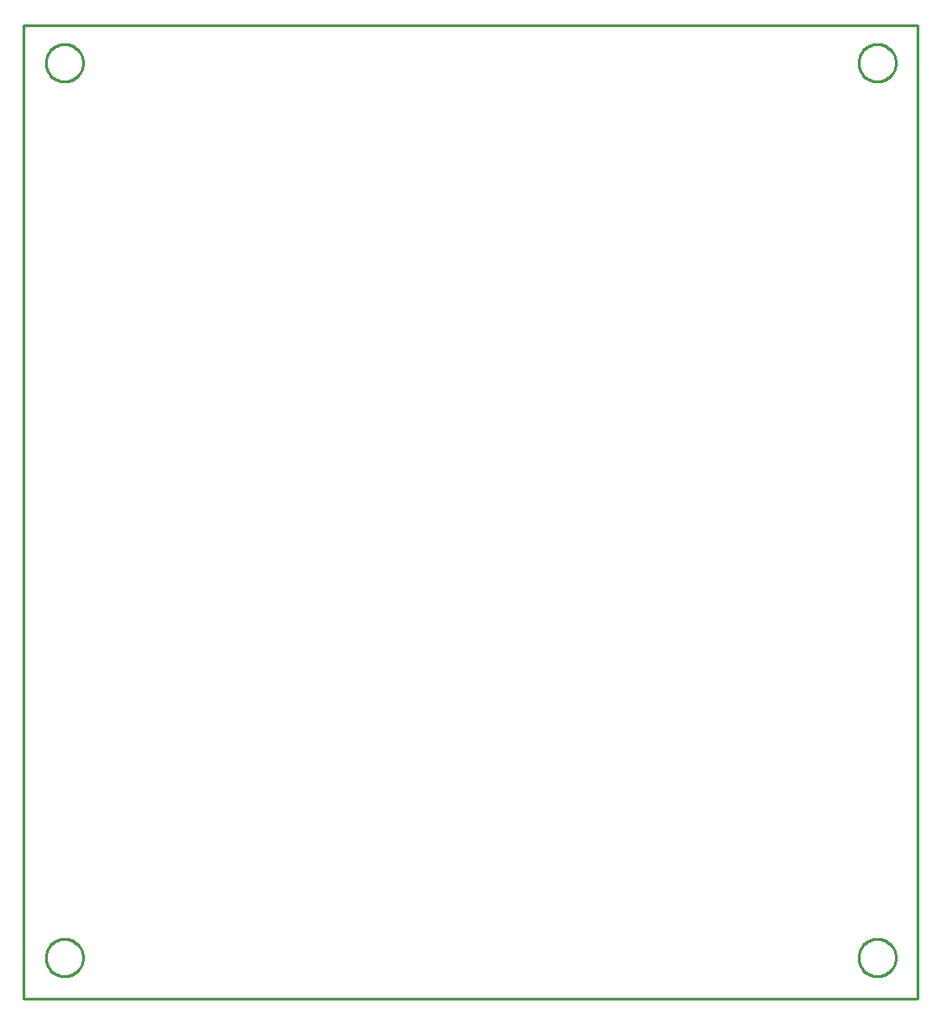
<source format=gbr>
G04 EAGLE Gerber RS-274X export*
G75*
%MOMM*%
%FSLAX34Y34*%
%LPD*%
%IN*%
%IPPOS*%
%AMOC8*
5,1,8,0,0,1.08239X$1,22.5*%
G01*
%ADD10C,0.254000*%


D10*
X0Y0D02*
X838000Y0D01*
X838000Y911100D01*
X0Y911100D01*
X0Y0D01*
X55600Y37527D02*
X55525Y36384D01*
X55376Y35248D01*
X55152Y34124D01*
X54855Y33017D01*
X54487Y31932D01*
X54049Y30874D01*
X53542Y29846D01*
X52969Y28854D01*
X52332Y27901D01*
X51635Y26992D01*
X50879Y26131D01*
X50069Y25321D01*
X49208Y24565D01*
X48299Y23868D01*
X47346Y23231D01*
X46354Y22658D01*
X45326Y22151D01*
X44268Y21713D01*
X43183Y21345D01*
X42076Y21048D01*
X40952Y20825D01*
X39816Y20675D01*
X38673Y20600D01*
X37527Y20600D01*
X36384Y20675D01*
X35248Y20825D01*
X34124Y21048D01*
X33017Y21345D01*
X31932Y21713D01*
X30874Y22151D01*
X29846Y22658D01*
X28854Y23231D01*
X27901Y23868D01*
X26992Y24565D01*
X26131Y25321D01*
X25321Y26131D01*
X24565Y26992D01*
X23868Y27901D01*
X23231Y28854D01*
X22658Y29846D01*
X22151Y30874D01*
X21713Y31932D01*
X21345Y33017D01*
X21048Y34124D01*
X20825Y35248D01*
X20675Y36384D01*
X20600Y37527D01*
X20600Y38673D01*
X20675Y39816D01*
X20825Y40952D01*
X21048Y42076D01*
X21345Y43183D01*
X21713Y44268D01*
X22151Y45326D01*
X22658Y46354D01*
X23231Y47346D01*
X23868Y48299D01*
X24565Y49208D01*
X25321Y50069D01*
X26131Y50879D01*
X26992Y51635D01*
X27901Y52332D01*
X28854Y52969D01*
X29846Y53542D01*
X30874Y54049D01*
X31932Y54487D01*
X33017Y54855D01*
X34124Y55152D01*
X35248Y55376D01*
X36384Y55525D01*
X37527Y55600D01*
X38673Y55600D01*
X39816Y55525D01*
X40952Y55376D01*
X42076Y55152D01*
X43183Y54855D01*
X44268Y54487D01*
X45326Y54049D01*
X46354Y53542D01*
X47346Y52969D01*
X48299Y52332D01*
X49208Y51635D01*
X50069Y50879D01*
X50879Y50069D01*
X51635Y49208D01*
X52332Y48299D01*
X52969Y47346D01*
X53542Y46354D01*
X54049Y45326D01*
X54487Y44268D01*
X54855Y43183D01*
X55152Y42076D01*
X55376Y40952D01*
X55525Y39816D01*
X55600Y38673D01*
X55600Y37527D01*
X817600Y37527D02*
X817525Y36384D01*
X817376Y35248D01*
X817152Y34124D01*
X816855Y33017D01*
X816487Y31932D01*
X816049Y30874D01*
X815542Y29846D01*
X814969Y28854D01*
X814332Y27901D01*
X813635Y26992D01*
X812879Y26131D01*
X812069Y25321D01*
X811208Y24565D01*
X810299Y23868D01*
X809346Y23231D01*
X808354Y22658D01*
X807326Y22151D01*
X806268Y21713D01*
X805183Y21345D01*
X804076Y21048D01*
X802952Y20825D01*
X801816Y20675D01*
X800673Y20600D01*
X799527Y20600D01*
X798384Y20675D01*
X797248Y20825D01*
X796124Y21048D01*
X795017Y21345D01*
X793932Y21713D01*
X792874Y22151D01*
X791846Y22658D01*
X790854Y23231D01*
X789901Y23868D01*
X788992Y24565D01*
X788131Y25321D01*
X787321Y26131D01*
X786565Y26992D01*
X785868Y27901D01*
X785231Y28854D01*
X784658Y29846D01*
X784151Y30874D01*
X783713Y31932D01*
X783345Y33017D01*
X783048Y34124D01*
X782825Y35248D01*
X782675Y36384D01*
X782600Y37527D01*
X782600Y38673D01*
X782675Y39816D01*
X782825Y40952D01*
X783048Y42076D01*
X783345Y43183D01*
X783713Y44268D01*
X784151Y45326D01*
X784658Y46354D01*
X785231Y47346D01*
X785868Y48299D01*
X786565Y49208D01*
X787321Y50069D01*
X788131Y50879D01*
X788992Y51635D01*
X789901Y52332D01*
X790854Y52969D01*
X791846Y53542D01*
X792874Y54049D01*
X793932Y54487D01*
X795017Y54855D01*
X796124Y55152D01*
X797248Y55376D01*
X798384Y55525D01*
X799527Y55600D01*
X800673Y55600D01*
X801816Y55525D01*
X802952Y55376D01*
X804076Y55152D01*
X805183Y54855D01*
X806268Y54487D01*
X807326Y54049D01*
X808354Y53542D01*
X809346Y52969D01*
X810299Y52332D01*
X811208Y51635D01*
X812069Y50879D01*
X812879Y50069D01*
X813635Y49208D01*
X814332Y48299D01*
X814969Y47346D01*
X815542Y46354D01*
X816049Y45326D01*
X816487Y44268D01*
X816855Y43183D01*
X817152Y42076D01*
X817376Y40952D01*
X817525Y39816D01*
X817600Y38673D01*
X817600Y37527D01*
X55600Y875727D02*
X55525Y874584D01*
X55376Y873448D01*
X55152Y872324D01*
X54855Y871217D01*
X54487Y870132D01*
X54049Y869074D01*
X53542Y868046D01*
X52969Y867054D01*
X52332Y866101D01*
X51635Y865192D01*
X50879Y864331D01*
X50069Y863521D01*
X49208Y862765D01*
X48299Y862068D01*
X47346Y861431D01*
X46354Y860858D01*
X45326Y860351D01*
X44268Y859913D01*
X43183Y859545D01*
X42076Y859248D01*
X40952Y859025D01*
X39816Y858875D01*
X38673Y858800D01*
X37527Y858800D01*
X36384Y858875D01*
X35248Y859025D01*
X34124Y859248D01*
X33017Y859545D01*
X31932Y859913D01*
X30874Y860351D01*
X29846Y860858D01*
X28854Y861431D01*
X27901Y862068D01*
X26992Y862765D01*
X26131Y863521D01*
X25321Y864331D01*
X24565Y865192D01*
X23868Y866101D01*
X23231Y867054D01*
X22658Y868046D01*
X22151Y869074D01*
X21713Y870132D01*
X21345Y871217D01*
X21048Y872324D01*
X20825Y873448D01*
X20675Y874584D01*
X20600Y875727D01*
X20600Y876873D01*
X20675Y878016D01*
X20825Y879152D01*
X21048Y880276D01*
X21345Y881383D01*
X21713Y882468D01*
X22151Y883526D01*
X22658Y884554D01*
X23231Y885546D01*
X23868Y886499D01*
X24565Y887408D01*
X25321Y888269D01*
X26131Y889079D01*
X26992Y889835D01*
X27901Y890532D01*
X28854Y891169D01*
X29846Y891742D01*
X30874Y892249D01*
X31932Y892687D01*
X33017Y893055D01*
X34124Y893352D01*
X35248Y893576D01*
X36384Y893725D01*
X37527Y893800D01*
X38673Y893800D01*
X39816Y893725D01*
X40952Y893576D01*
X42076Y893352D01*
X43183Y893055D01*
X44268Y892687D01*
X45326Y892249D01*
X46354Y891742D01*
X47346Y891169D01*
X48299Y890532D01*
X49208Y889835D01*
X50069Y889079D01*
X50879Y888269D01*
X51635Y887408D01*
X52332Y886499D01*
X52969Y885546D01*
X53542Y884554D01*
X54049Y883526D01*
X54487Y882468D01*
X54855Y881383D01*
X55152Y880276D01*
X55376Y879152D01*
X55525Y878016D01*
X55600Y876873D01*
X55600Y875727D01*
X817600Y875727D02*
X817525Y874584D01*
X817376Y873448D01*
X817152Y872324D01*
X816855Y871217D01*
X816487Y870132D01*
X816049Y869074D01*
X815542Y868046D01*
X814969Y867054D01*
X814332Y866101D01*
X813635Y865192D01*
X812879Y864331D01*
X812069Y863521D01*
X811208Y862765D01*
X810299Y862068D01*
X809346Y861431D01*
X808354Y860858D01*
X807326Y860351D01*
X806268Y859913D01*
X805183Y859545D01*
X804076Y859248D01*
X802952Y859025D01*
X801816Y858875D01*
X800673Y858800D01*
X799527Y858800D01*
X798384Y858875D01*
X797248Y859025D01*
X796124Y859248D01*
X795017Y859545D01*
X793932Y859913D01*
X792874Y860351D01*
X791846Y860858D01*
X790854Y861431D01*
X789901Y862068D01*
X788992Y862765D01*
X788131Y863521D01*
X787321Y864331D01*
X786565Y865192D01*
X785868Y866101D01*
X785231Y867054D01*
X784658Y868046D01*
X784151Y869074D01*
X783713Y870132D01*
X783345Y871217D01*
X783048Y872324D01*
X782825Y873448D01*
X782675Y874584D01*
X782600Y875727D01*
X782600Y876873D01*
X782675Y878016D01*
X782825Y879152D01*
X783048Y880276D01*
X783345Y881383D01*
X783713Y882468D01*
X784151Y883526D01*
X784658Y884554D01*
X785231Y885546D01*
X785868Y886499D01*
X786565Y887408D01*
X787321Y888269D01*
X788131Y889079D01*
X788992Y889835D01*
X789901Y890532D01*
X790854Y891169D01*
X791846Y891742D01*
X792874Y892249D01*
X793932Y892687D01*
X795017Y893055D01*
X796124Y893352D01*
X797248Y893576D01*
X798384Y893725D01*
X799527Y893800D01*
X800673Y893800D01*
X801816Y893725D01*
X802952Y893576D01*
X804076Y893352D01*
X805183Y893055D01*
X806268Y892687D01*
X807326Y892249D01*
X808354Y891742D01*
X809346Y891169D01*
X810299Y890532D01*
X811208Y889835D01*
X812069Y889079D01*
X812879Y888269D01*
X813635Y887408D01*
X814332Y886499D01*
X814969Y885546D01*
X815542Y884554D01*
X816049Y883526D01*
X816487Y882468D01*
X816855Y881383D01*
X817152Y880276D01*
X817376Y879152D01*
X817525Y878016D01*
X817600Y876873D01*
X817600Y875727D01*
M02*

</source>
